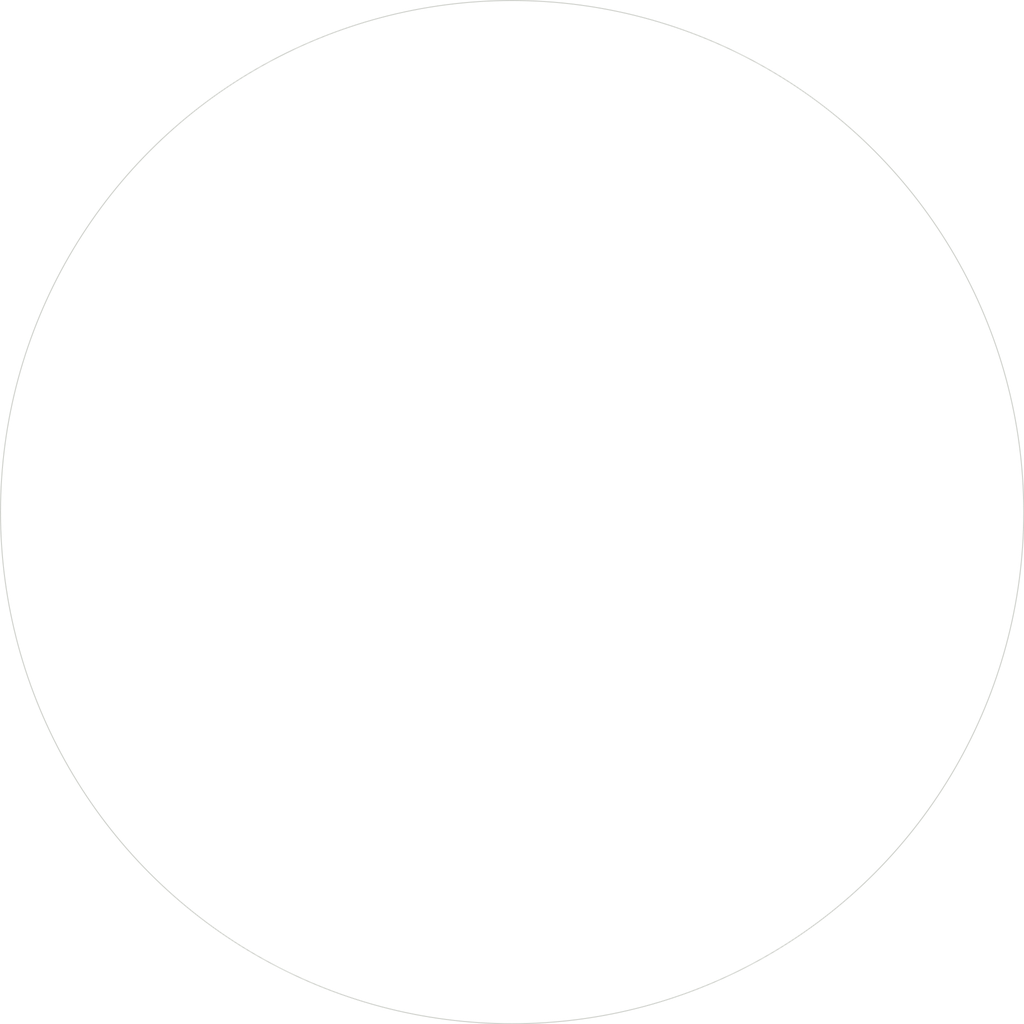
<source format=kicad_pcb>
(kicad_pcb
	(version 20240108)
	(generator "pcbnew")
	(generator_version "8.0")
	(general
		(thickness 1.6)
		(legacy_teardrops no)
	)
	(paper "A4")
	(layers
		(0 "F.Cu" signal)
		(31 "B.Cu" signal)
		(32 "B.Adhes" user "B.Adhesive")
		(33 "F.Adhes" user "F.Adhesive")
		(34 "B.Paste" user)
		(35 "F.Paste" user)
		(36 "B.SilkS" user "B.Silkscreen")
		(37 "F.SilkS" user "F.Silkscreen")
		(38 "B.Mask" user)
		(39 "F.Mask" user)
		(40 "Dwgs.User" user "User.Drawings")
		(41 "Cmts.User" user "User.Comments")
		(42 "Eco1.User" user "User.Eco1")
		(43 "Eco2.User" user "User.Eco2")
		(44 "Edge.Cuts" user)
		(45 "Margin" user)
		(46 "B.CrtYd" user "B.Courtyard")
		(47 "F.CrtYd" user "F.Courtyard")
		(48 "B.Fab" user)
		(49 "F.Fab" user)
		(50 "User.1" user)
		(51 "User.2" user)
		(52 "User.3" user)
		(53 "User.4" user)
		(54 "User.5" user)
		(55 "User.6" user)
		(56 "User.7" user)
		(57 "User.8" user)
		(58 "User.9" user)
	)
	(setup
		(pad_to_mask_clearance 0)
		(allow_soldermask_bridges_in_footprints no)
		(pcbplotparams
			(layerselection 0x00010fc_ffffffff)
			(plot_on_all_layers_selection 0x0000000_00000000)
			(disableapertmacros no)
			(usegerberextensions no)
			(usegerberattributes yes)
			(usegerberadvancedattributes yes)
			(creategerberjobfile yes)
			(dashed_line_dash_ratio 12.000000)
			(dashed_line_gap_ratio 3.000000)
			(svgprecision 4)
			(plotframeref no)
			(viasonmask no)
			(mode 1)
			(useauxorigin no)
			(hpglpennumber 1)
			(hpglpenspeed 20)
			(hpglpendiameter 15.000000)
			(pdf_front_fp_property_popups yes)
			(pdf_back_fp_property_popups yes)
			(dxfpolygonmode yes)
			(dxfimperialunits yes)
			(dxfusepcbnewfont yes)
			(psnegative no)
			(psa4output no)
			(plotreference yes)
			(plotvalue yes)
			(plotfptext yes)
			(plotinvisibletext no)
			(sketchpadsonfab no)
			(subtractmaskfromsilk no)
			(outputformat 1)
			(mirror no)
			(drillshape 1)
			(scaleselection 1)
			(outputdirectory "")
		)
	)
	(net 0 "")
	(gr_circle
		(center 150 100)
		(end 175 100)
		(stroke
			(width 0.05)
			(type default)
		)
		(fill none)
		(layer "Edge.Cuts")
		(uuid "81bf8404-bf98-41c9-a4f6-221c0d63c9b8")
	)
)

</source>
